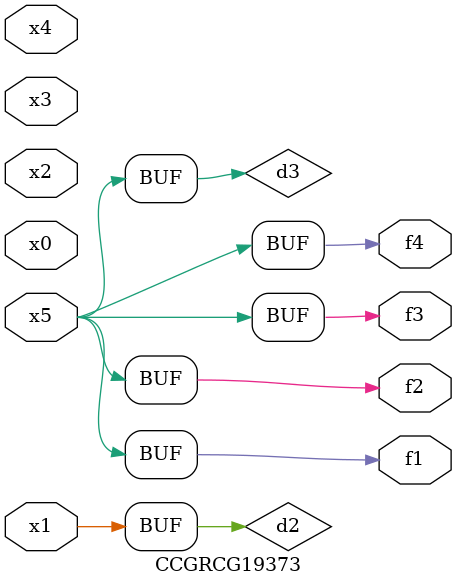
<source format=v>
module CCGRCG19373(
	input x0, x1, x2, x3, x4, x5,
	output f1, f2, f3, f4
);

	wire d1, d2, d3;

	not (d1, x5);
	or (d2, x1);
	xnor (d3, d1);
	assign f1 = d3;
	assign f2 = d3;
	assign f3 = d3;
	assign f4 = d3;
endmodule

</source>
